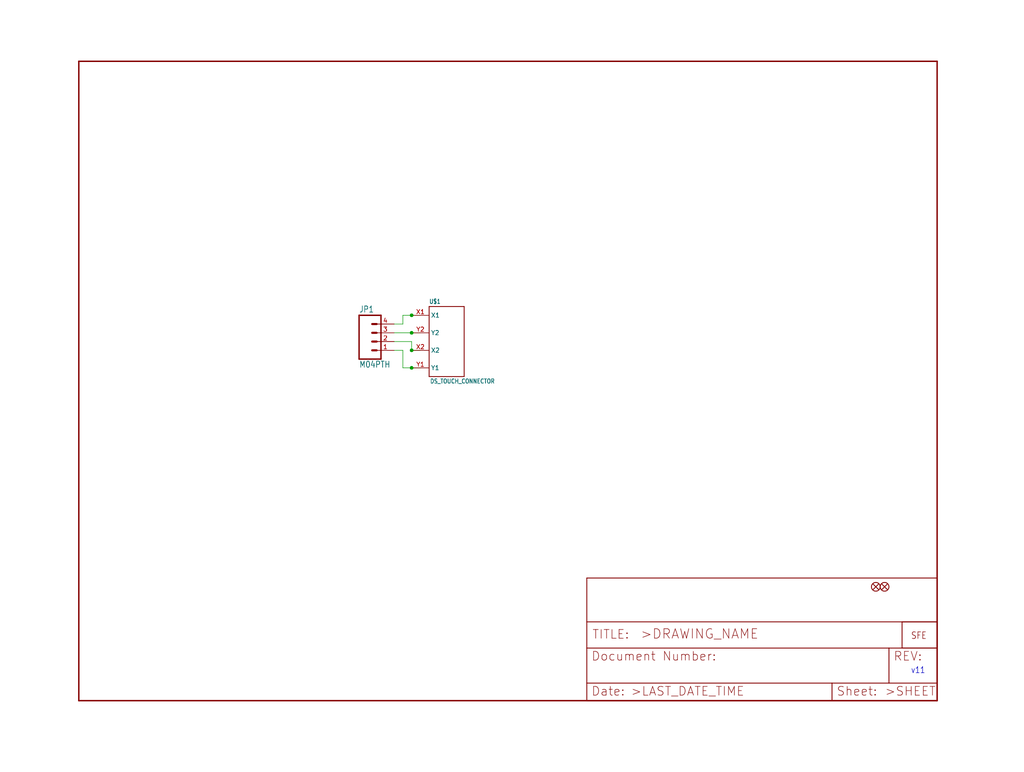
<source format=kicad_sch>
(kicad_sch (version 20211123) (generator eeschema)
  (paper "User" 297.002 223.926)
  (lib_symbols
    (symbol "eagleSchem-eagle-import:DS_TOUCH_CONNECTOR"
      (property "Value" "DS_TOUCH_CONNECTOR" (at -4.826 -12.192 0))
      (symbol "DS_TOUCH_CONNECTOR_1_0"
        (polyline (pts (xy -5.08 -10.16) (xy 5.08 -10.16)) (stroke (width 0.254)))
        (polyline (pts (xy -5.08 10.16) (xy -5.08 -10.16)) (stroke (width 0.254)))
        (polyline (pts (xy 5.08 -10.16) (xy 5.08 10.16)) (stroke (width 0.254)))
        (polyline (pts (xy 5.08 10.16) (xy -5.08 10.16)) (stroke (width 0.254)))
        (pin bidirectional line (at -10.16 7.62 0) (length 5.08) (name "X1") (number "X1"))
        (pin bidirectional line (at -10.16 -2.54 0) (length 5.08) (name "X2") (number "X2"))
        (pin bidirectional line (at -10.16 -7.62 0) (length 5.08) (name "Y1") (number "Y1"))
        (pin bidirectional line (at -10.16 2.54 0) (length 5.08) (name "Y2") (number "Y2"))
      )
    )
    (symbol "eagleSchem-eagle-import:FIDUCIAL1X2"
      (symbol "FIDUCIAL1X2_1_0"
        (polyline (pts (xy -0.762 0.762) (xy 0.762 -0.762)) (stroke (width 0.254)))
        (polyline (pts (xy 0.762 0.762) (xy -0.762 -0.762)) (stroke (width 0.254)))
        (circle (center 0 0) (radius 1.27) (stroke (width 0.254)))
      )
    )
    (symbol "eagleSchem-eagle-import:FRAME-LETTER"
      (symbol "FRAME-LETTER_1_0"
        (polyline (pts (xy 0 0) (xy 248.92 0)) (stroke (width 0.4064)))
        (polyline (pts (xy 0 185.42) (xy 0 0)) (stroke (width 0.4064)))
        (polyline (pts (xy 0 185.42) (xy 248.92 185.42)) (stroke (width 0.4064)))
        (polyline (pts (xy 248.92 185.42) (xy 248.92 0)) (stroke (width 0.4064)))
      )
      (symbol "FRAME-LETTER_2_0"
        (polyline (pts (xy 0 0) (xy 0 5.08)) (stroke (width 0.254)))
        (polyline (pts (xy 0 0) (xy 71.12 0)) (stroke (width 0.254)))
        (polyline (pts (xy 0 5.08) (xy 0 15.24)) (stroke (width 0.254)))
        (polyline (pts (xy 0 5.08) (xy 71.12 5.08)) (stroke (width 0.254)))
        (polyline (pts (xy 0 15.24) (xy 0 22.86)) (stroke (width 0.254)))
        (polyline (pts (xy 0 22.86) (xy 0 35.56)) (stroke (width 0.254)))
        (polyline (pts (xy 0 22.86) (xy 101.6 22.86)) (stroke (width 0.254)))
        (polyline (pts (xy 71.12 0) (xy 101.6 0)) (stroke (width 0.254)))
        (polyline (pts (xy 71.12 5.08) (xy 71.12 0)) (stroke (width 0.254)))
        (polyline (pts (xy 71.12 5.08) (xy 87.63 5.08)) (stroke (width 0.254)))
        (polyline (pts (xy 87.63 5.08) (xy 101.6 5.08)) (stroke (width 0.254)))
        (polyline (pts (xy 87.63 15.24) (xy 0 15.24)) (stroke (width 0.254)))
        (polyline (pts (xy 87.63 15.24) (xy 87.63 5.08)) (stroke (width 0.254)))
        (polyline (pts (xy 101.6 5.08) (xy 101.6 0)) (stroke (width 0.254)))
        (polyline (pts (xy 101.6 15.24) (xy 87.63 15.24)) (stroke (width 0.254)))
        (polyline (pts (xy 101.6 15.24) (xy 101.6 5.08)) (stroke (width 0.254)))
        (polyline (pts (xy 101.6 22.86) (xy 101.6 15.24)) (stroke (width 0.254)))
        (polyline (pts (xy 101.6 35.56) (xy 0 35.56)) (stroke (width 0.254)))
        (polyline (pts (xy 101.6 35.56) (xy 101.6 22.86)) (stroke (width 0.254)))
        (text ">DRAWING_NAME" (at 15.494 17.78 0) (effects (font (size 2.7432 2.7432)) (justify left bottom)))
        (text ">LAST_DATE_TIME" (at 12.7 1.27 0) (effects (font (size 2.54 2.54)) (justify left bottom)))
        (text ">SHEET" (at 86.36 1.27 0) (effects (font (size 2.54 2.54)) (justify left bottom)))
        (text "Date:" (at 1.27 1.27 0) (effects (font (size 2.54 2.54)) (justify left bottom)))
        (text "Document Number:" (at 1.27 11.43 0) (effects (font (size 2.54 2.54)) (justify left bottom)))
        (text "REV:" (at 88.9 11.43 0) (effects (font (size 2.54 2.54)) (justify left bottom)))
        (text "Sheet:" (at 72.39 1.27 0) (effects (font (size 2.54 2.54)) (justify left bottom)))
        (text "TITLE:" (at 1.524 17.78 0) (effects (font (size 2.54 2.54)) (justify left bottom)))
      )
    )
    (symbol "eagleSchem-eagle-import:LOGO-SFESK"
      (symbol "LOGO-SFESK_1_0"
        (polyline (pts (xy -2.54 -2.54) (xy 7.62 -2.54)) (stroke (width 0.254)))
        (polyline (pts (xy -2.54 5.08) (xy -2.54 -2.54)) (stroke (width 0.254)))
        (polyline (pts (xy 7.62 -2.54) (xy 7.62 5.08)) (stroke (width 0.254)))
        (polyline (pts (xy 7.62 5.08) (xy -2.54 5.08)) (stroke (width 0.254)))
        (text "SFE" (at 0 0 0) (effects (font (size 1.9304 1.6408)) (justify left bottom)))
      )
    )
    (symbol "eagleSchem-eagle-import:M04PTH"
      (property "Reference" "JP" (at -5.08 8.382 0))
      (property "Value" "M04PTH" (at -5.08 -7.62 0))
      (symbol "M04PTH_1_0"
        (polyline (pts (xy -5.08 7.62) (xy -5.08 -5.08)) (stroke (width 0.4064)))
        (polyline (pts (xy -5.08 7.62) (xy 1.27 7.62)) (stroke (width 0.4064)))
        (polyline (pts (xy -1.27 -2.54) (xy 0 -2.54)) (stroke (width 0.6096)))
        (polyline (pts (xy -1.27 0) (xy 0 0)) (stroke (width 0.6096)))
        (polyline (pts (xy -1.27 2.54) (xy 0 2.54)) (stroke (width 0.6096)))
        (polyline (pts (xy -1.27 5.08) (xy 0 5.08)) (stroke (width 0.6096)))
        (polyline (pts (xy 1.27 -5.08) (xy -5.08 -5.08)) (stroke (width 0.4064)))
        (polyline (pts (xy 1.27 -5.08) (xy 1.27 7.62)) (stroke (width 0.4064)))
        (pin passive line (at 5.08 -2.54 180) (length 5.08) (name "1") (number "1"))
        (pin passive line (at 5.08 0 180) (length 5.08) (name "2") (number "2"))
        (pin passive line (at 5.08 2.54 180) (length 5.08) (name "3") (number "3"))
        (pin passive line (at 5.08 5.08 180) (length 5.08) (name "4") (number "4"))
      )
    )
  )
  (junction (at 119.38 101.6))
  (junction (at 119.38 106.68))
  (junction (at 119.38 96.52))
  (junction (at 119.38 91.44))
  (wire (pts (xy 116.84 101.6) (xy 116.84 106.68)))
  (wire (pts (xy 119.38 101.6) (xy 121.92 101.6)))
  (wire (pts (xy 116.84 93.98) (xy 116.84 91.44)))
  (wire (pts (xy 119.38 91.44) (xy 121.92 91.44)))
  (wire (pts (xy 116.84 91.44) (xy 119.38 91.44)))
  (wire (pts (xy 119.38 99.06) (xy 119.38 101.6)))
  (wire (pts (xy 114.3 101.6) (xy 116.84 101.6)))
  (wire (pts (xy 119.38 106.68) (xy 121.92 106.68)))
  (wire (pts (xy 116.84 106.68) (xy 119.38 106.68)))
  (wire (pts (xy 114.3 93.98) (xy 116.84 93.98)))
  (wire (pts (xy 114.3 99.06) (xy 119.38 99.06)))
  (wire (pts (xy 114.3 96.52) (xy 119.38 96.52)))
  (wire (pts (xy 119.38 96.52) (xy 121.92 96.52)))
  (text "v11" (at 264.16 195.58 180) (effects (font (size 1.778 1.5113)) (justify left bottom)))
  (symbol (lib_id "eagleSchem-eagle-import:FIDUCIAL1X2") (at 256.54 170.18 0) (unit 1)
    (property "Reference" "FID2" (effects hide))
    (property "Value" "FIDUCIAL1X2" (effects hide))
    (property "Footprint" "eagleSchem:FIDUCIAL-1X2" (effects hide))
  )
  (symbol (lib_id "eagleSchem-eagle-import:LOGO-SFESK") (at 264.16 185.42 0) (unit 1)
    (property "Reference" "U$2" (effects hide))
    (property "Value" "LOGO-SFESK" (effects hide))
    (property "Footprint" "eagleSchem:SFE-LOGO-FLAME" (effects hide))
  )
  (symbol (lib_id "eagleSchem-eagle-import:FIDUCIAL1X2") (at 254 170.18 0) (unit 1)
    (property "Reference" "FID1" (effects hide))
    (property "Value" "FIDUCIAL1X2" (effects hide))
    (property "Footprint" "eagleSchem:FIDUCIAL-1X2" (effects hide))
  )
  (symbol (lib_id "eagleSchem-eagle-import:FRAME-LETTER") (at 170.18 203.2 0) (unit 2)
    (property "Reference" "#FRAME1" (effects hide))
    (property "Value" "FRAME-LETTER" (effects hide))
    (property "Footprint" "eagleSchem:" (effects hide))
  )
  (symbol (lib_id "eagleSchem-eagle-import:FRAME-LETTER") (at 22.86 203.2 0) (unit 1)
    (property "Reference" "#FRAME1" (effects hide))
    (property "Value" "FRAME-LETTER" (effects hide))
    (property "Footprint" "eagleSchem:" (effects hide))
  )
  (symbol (lib_id "eagleSchem-eagle-import:M04PTH") (at 109.22 99.06 0) (unit 1)
    (property "Reference" "JP1" (at 104.14 90.678 0) (effects (font (size 1.778 1.5113)) (justify left bottom)))
    (property "Value" "M04PTH" (at 104.14 106.68 0) (effects (font (size 1.778 1.5113)) (justify left bottom)))
    (property "Footprint" "eagleSchem:1X04" (effects hide))
  )
  (symbol (lib_id "eagleSchem-eagle-import:DS_TOUCH_CONNECTOR") (at 129.54 99.06 0) (unit 1)
    (property "Reference" "U$1" (at 124.46 88.138 0) (effects (font (size 1.27 1.0795)) (justify left bottom)))
    (property "Value" "DS_TOUCH_CONNECTOR" (at 124.714 111.252 0) (effects (font (size 1.27 1.0795)) (justify left bottom)))
    (property "Footprint" "eagleSchem:DS_TOUCH_CONNECTOR" (effects hide))
  )
)
</source>
